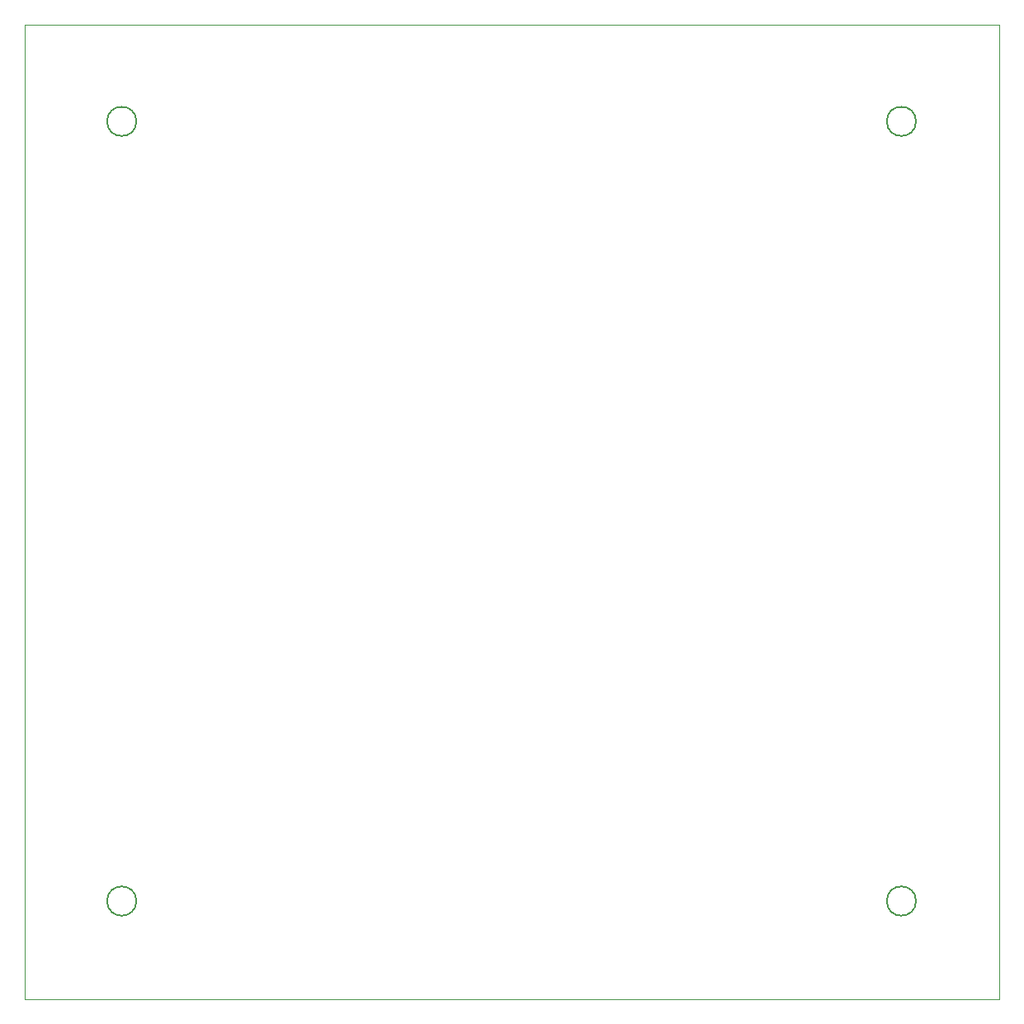
<source format=gbr>
%TF.GenerationSoftware,KiCad,Pcbnew,(6.0.7)*%
%TF.CreationDate,2022-09-05T15:03:49+08:00*%
%TF.ProjectId,6_1k,365f316b-2e6b-4696-9361-645f70636258,rev?*%
%TF.SameCoordinates,Original*%
%TF.FileFunction,Profile,NP*%
%FSLAX46Y46*%
G04 Gerber Fmt 4.6, Leading zero omitted, Abs format (unit mm)*
G04 Created by KiCad (PCBNEW (6.0.7)) date 2022-09-05 15:03:49*
%MOMM*%
%LPD*%
G01*
G04 APERTURE LIST*
%TA.AperFunction,Profile*%
%ADD10C,0.200000*%
%TD*%
%TA.AperFunction,Profile*%
%ADD11C,0.100000*%
%TD*%
G04 APERTURE END LIST*
D10*
X103500000Y-102000000D02*
G75*
G03*
X103500000Y-102000000I-1500000J0D01*
G01*
X23500000Y-102000000D02*
G75*
G03*
X23500000Y-102000000I-1500000J0D01*
G01*
X103500000Y-22000000D02*
G75*
G03*
X103500000Y-22000000I-1500000J0D01*
G01*
X23500000Y-22000000D02*
G75*
G03*
X23500000Y-22000000I-1500000J0D01*
G01*
D11*
X12065000Y-12065000D02*
X112065000Y-12065000D01*
X112065000Y-12065000D02*
X112065000Y-112065000D01*
X112065000Y-112065000D02*
X12065000Y-112065000D01*
X12065000Y-112065000D02*
X12065000Y-12065000D01*
M02*

</source>
